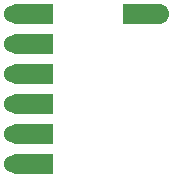
<source format=gbs>
G04 #@! TF.GenerationSoftware,KiCad,Pcbnew,(6.0.8)*
G04 #@! TF.CreationDate,2023-04-21T16:45:31+02:00*
G04 #@! TF.ProjectId,15_XCAN,31355f58-4341-44e2-9e6b-696361645f70,rev?*
G04 #@! TF.SameCoordinates,Original*
G04 #@! TF.FileFunction,Soldermask,Bot*
G04 #@! TF.FilePolarity,Negative*
%FSLAX46Y46*%
G04 Gerber Fmt 4.6, Leading zero omitted, Abs format (unit mm)*
G04 Created by KiCad (PCBNEW (6.0.8)) date 2023-04-21 16:45:31*
%MOMM*%
%LPD*%
G01*
G04 APERTURE LIST*
G04 Aperture macros list*
%AMFreePoly0*
4,1,19,2.294749,0.844703,2.473926,0.804652,2.640323,0.727060,2.786177,0.615546,2.904682,0.475314,2.990310,0.312906,3.039066,0.135899,3.048675,-0.047448,3.018688,-0.228582,2.950505,-0.399051,2.847308,-0.550902,2.713909,-0.677050,2.556534,-0.771611,2.382525,-0.830171,2.200000,-0.850000,-0.850000,-0.850000,-0.850000,0.850000,2.200000,0.850000,2.294749,0.844703,2.294749,0.844703,
$1*%
G04 Aperture macros list end*
%ADD10C,1.524000*%
%ADD11FreePoly0,0.000000*%
%ADD12FreePoly0,180.000000*%
G04 APERTURE END LIST*
D10*
X113665000Y-63500000D03*
D11*
X111760000Y-63500000D03*
D10*
X101600000Y-73660000D03*
D12*
X104140000Y-73660000D03*
X104140000Y-63500000D03*
D10*
X101600000Y-63500000D03*
X101600000Y-71120000D03*
D12*
X104140000Y-71120000D03*
D10*
X101600000Y-68580000D03*
D12*
X104140000Y-68580000D03*
D10*
X101600000Y-76200000D03*
D12*
X104140000Y-76200000D03*
X104140000Y-66040000D03*
D10*
X101600000Y-66040000D03*
M02*

</source>
